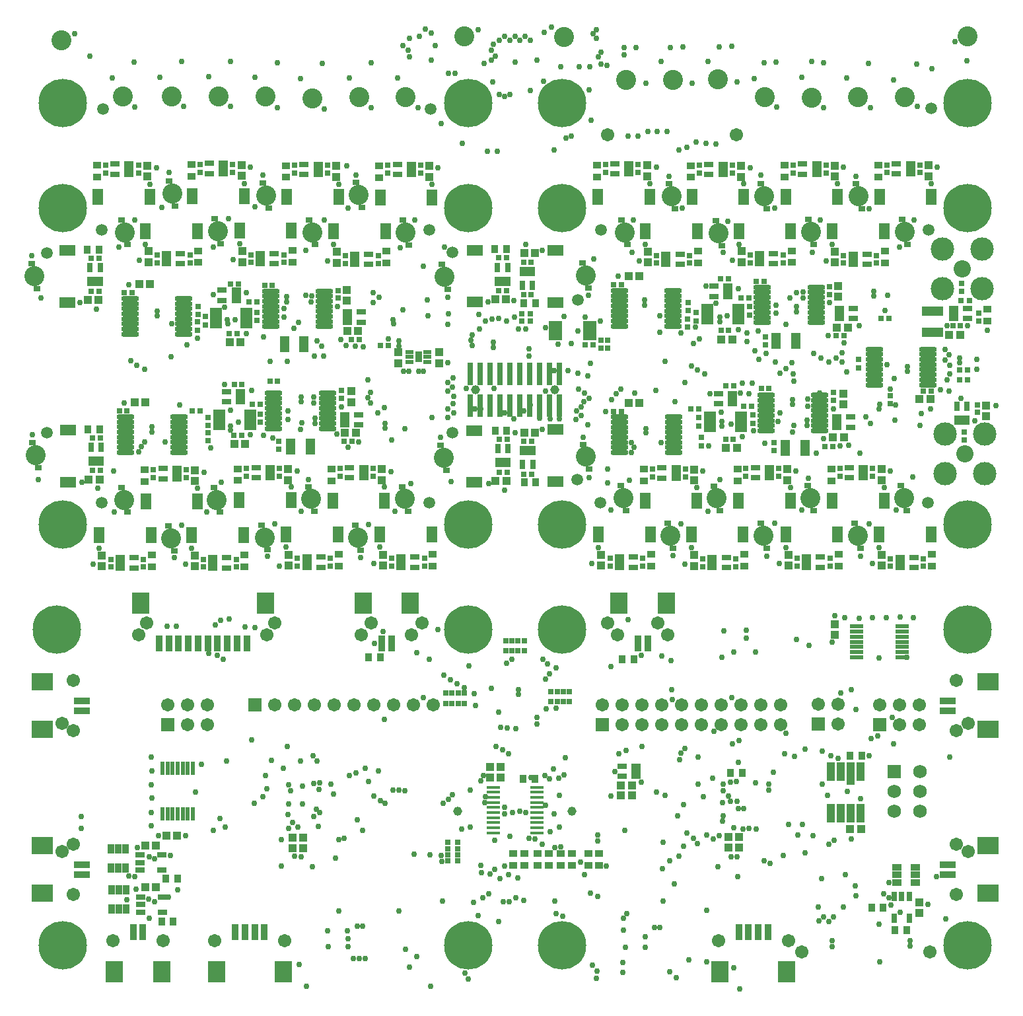
<source format=gbs>
G04*
G04 #@! TF.GenerationSoftware,Altium Limited,Altium Designer,18.1.6 (161)*
G04*
G04 Layer_Color=16711935*
%FSTAX44Y44*%
%MOMM*%
G71*
G01*
G75*
%ADD88R,1.1032X0.9032*%
%ADD89R,1.3032X0.8032*%
%ADD90R,0.9032X1.1032*%
%ADD91R,2.2032X2.8032*%
%ADD92R,0.9032X2.0032*%
%ADD96R,1.1032X1.0032*%
%ADD97R,0.8032X1.3032*%
%ADD98R,0.8032X0.7532*%
%ADD99O,2.3032X0.6532*%
%ADD100R,0.7032X0.8032*%
%ADD101R,0.8032X0.7032*%
%ADD102R,0.7532X0.8032*%
%ADD103R,0.8032X0.8032*%
%ADD104R,1.0032X1.1032*%
%ADD105R,0.8032X0.8032*%
%ADD109R,2.8032X2.2032*%
%ADD110R,2.0032X0.9032*%
%ADD111R,1.2032X0.6732*%
%ADD115R,0.7112X2.9972*%
%ADD119R,1.6532X0.5032*%
%ADD124C,0.7620*%
%ADD125C,1.5032*%
%ADD126C,2.5654*%
%ADD127C,1.7032*%
%ADD128C,6.2032*%
%ADD129C,2.2032*%
%ADD130C,3.0032*%
%ADD131C,1.1684*%
%ADD132R,1.7032X1.7032*%
%ADD134R,1.7272X1.7272*%
%ADD135C,1.7272*%
%ADD136R,1.2032X2.0032*%
%ADD137R,1.5532X0.6532*%
%ADD138R,0.9652X1.3970*%
%ADD139R,1.0160X0.5080*%
%ADD140R,0.6732X1.2032*%
%ADD141R,2.8032X1.3032*%
%ADD142R,0.9032X0.7032*%
%ADD143R,2.0032X1.4532*%
%ADD144R,1.4532X2.0032*%
%ADD145R,0.5588X1.6764*%
%ADD146R,0.8532X1.3032*%
%ADD147R,1.7532X0.4532*%
%ADD148R,1.1032X2.4532*%
%ADD149R,1.1032X3.0032*%
%ADD150R,1.3032X0.8532*%
%ADD151R,1.6764X0.5588*%
D88*
X01245616Y00868034D02*
D03*
Y00883034D02*
D03*
X01105997Y01052558D02*
D03*
Y01067558D02*
D03*
X01174535Y00568982D02*
D03*
Y00553982D02*
D03*
X00925149Y00663234D02*
D03*
Y00678234D02*
D03*
X00933935Y0056867D02*
D03*
Y0055367D02*
D03*
X00805423Y0066281D02*
D03*
Y0067781D02*
D03*
X01054833Y00569123D02*
D03*
Y00554123D02*
D03*
X01045545Y00663176D02*
D03*
Y00678176D02*
D03*
X00994619Y00958028D02*
D03*
Y00943028D02*
D03*
X00865467Y01052132D02*
D03*
Y01067132D02*
D03*
X00745036Y01052613D02*
D03*
Y01067613D02*
D03*
X00814803Y00569148D02*
D03*
Y00554148D02*
D03*
X00985795Y01052298D02*
D03*
Y01067298D02*
D03*
X00874755Y00957596D02*
D03*
Y00942596D02*
D03*
X01114483Y00957596D02*
D03*
Y00942596D02*
D03*
X00285017Y00678508D02*
D03*
Y00663508D02*
D03*
X00404905Y00678122D02*
D03*
Y00663122D02*
D03*
X00165577Y0067696D02*
D03*
Y0066196D02*
D03*
X00414239Y00554123D02*
D03*
Y00569123D02*
D03*
X00534695Y00554123D02*
D03*
Y00569123D02*
D03*
X00174777Y00553198D02*
D03*
Y00568198D02*
D03*
X00293395Y00553198D02*
D03*
Y00568198D02*
D03*
X00225065Y01068138D02*
D03*
Y01053138D02*
D03*
X00346417Y01067044D02*
D03*
Y01052044D02*
D03*
X00466051Y01066838D02*
D03*
Y01051838D02*
D03*
X00354563Y00943358D02*
D03*
Y00958358D02*
D03*
X00475467Y00942342D02*
D03*
Y00957342D02*
D03*
X00234159Y00943022D02*
D03*
Y00958022D02*
D03*
X00104175Y0106732D02*
D03*
Y0105232D02*
D03*
X00638Y0017025D02*
D03*
Y0018525D02*
D03*
X00652Y0017025D02*
D03*
Y0018525D02*
D03*
X00669Y0017025D02*
D03*
Y0018525D02*
D03*
X00683Y0017025D02*
D03*
Y0018525D02*
D03*
X00699Y0017025D02*
D03*
Y0018525D02*
D03*
X00734Y001705D02*
D03*
Y001855D02*
D03*
X00748Y001705D02*
D03*
Y001855D02*
D03*
X00713Y0017025D02*
D03*
Y0018525D02*
D03*
D89*
X00188Y001105D02*
D03*
Y001295D02*
D03*
X0016D02*
D03*
Y0012D02*
D03*
Y001105D02*
D03*
X0018716Y00164485D02*
D03*
Y00183485D02*
D03*
X0015916D02*
D03*
Y00173985D02*
D03*
Y00164485D02*
D03*
D90*
X0065171Y00660967D02*
D03*
X0066671D02*
D03*
X00614453Y0072742D02*
D03*
X00629453D02*
D03*
X00613832Y00959966D02*
D03*
X00628832D02*
D03*
X00666409Y00890498D02*
D03*
X00651409D02*
D03*
X00107766Y00729258D02*
D03*
X00092766D02*
D03*
X00106414Y00959393D02*
D03*
X00091414D02*
D03*
X004675Y00437D02*
D03*
X004525D02*
D03*
X006505Y00281D02*
D03*
X006655D02*
D03*
X007925Y00434D02*
D03*
X007775D02*
D03*
X010845Y00311D02*
D03*
X010695D02*
D03*
X01112Y00116D02*
D03*
X01097D02*
D03*
X00931426Y00289D02*
D03*
X00916426D02*
D03*
X00202Y00098D02*
D03*
X00187D02*
D03*
X01126882Y00087D02*
D03*
X01141882D02*
D03*
X002075Y00153D02*
D03*
X001925D02*
D03*
D91*
X0034275Y00034D02*
D03*
X0025725D02*
D03*
X009885D02*
D03*
X00903D02*
D03*
X0015975Y00506D02*
D03*
X0032025D02*
D03*
X00187Y00034D02*
D03*
X001265D02*
D03*
X007735Y00506D02*
D03*
X00834D02*
D03*
X004452Y00506D02*
D03*
X005057D02*
D03*
D92*
X0030625Y00085D02*
D03*
X0029375D02*
D03*
X0028125D02*
D03*
X0031875D02*
D03*
X00952D02*
D03*
X009395D02*
D03*
X00927D02*
D03*
X009645D02*
D03*
X0018375Y00455D02*
D03*
X0019625D02*
D03*
X0020875D02*
D03*
X0022125D02*
D03*
X0027125D02*
D03*
X0028375D02*
D03*
X0029625D02*
D03*
X0023375D02*
D03*
X0024625D02*
D03*
X0025875D02*
D03*
X00163Y00085D02*
D03*
X001505D02*
D03*
X007975Y00455D02*
D03*
X0081D02*
D03*
X004692Y00455D02*
D03*
X004817D02*
D03*
D96*
X01054333Y00898908D02*
D03*
Y00912908D02*
D03*
X005426Y00828D02*
D03*
Y00814D02*
D03*
X0049075Y00828D02*
D03*
Y00814D02*
D03*
X00423926Y00907934D02*
D03*
Y00893934D02*
D03*
X01243838Y00745598D02*
D03*
Y00759598D02*
D03*
X00430022Y00763886D02*
D03*
Y00777886D02*
D03*
X00168414Y0106705D02*
D03*
Y0105305D02*
D03*
X010611Y00775092D02*
D03*
Y00761092D02*
D03*
X01110296Y00554252D02*
D03*
Y00568252D02*
D03*
X01170236Y01067288D02*
D03*
Y01053288D02*
D03*
X00989388Y00677964D02*
D03*
Y00663964D02*
D03*
X00990594Y00554393D02*
D03*
Y00568393D02*
D03*
X00869696Y0055394D02*
D03*
Y0056794D02*
D03*
X01109784Y00677906D02*
D03*
Y00663906D02*
D03*
X00869662Y0067754D02*
D03*
Y0066354D02*
D03*
X00750564Y00554418D02*
D03*
Y00568418D02*
D03*
X0093038Y00943298D02*
D03*
Y00957298D02*
D03*
X01050034Y01067028D02*
D03*
Y01053028D02*
D03*
X00929706Y01066862D02*
D03*
Y01052862D02*
D03*
X01050244Y00942866D02*
D03*
Y00956866D02*
D03*
X00810516Y00942866D02*
D03*
Y00956866D02*
D03*
X00809275Y01067343D02*
D03*
Y01053343D02*
D03*
X00410656Y01066774D02*
D03*
Y01052774D02*
D03*
X0053029Y01066568D02*
D03*
Y01052568D02*
D03*
X00290324Y00943628D02*
D03*
Y00957628D02*
D03*
X00411228Y00942612D02*
D03*
Y00956612D02*
D03*
X00289304Y01067868D02*
D03*
Y01053868D02*
D03*
X0016992Y00943292D02*
D03*
Y00957292D02*
D03*
X0035Y00568393D02*
D03*
Y00554393D02*
D03*
X00349256Y00664238D02*
D03*
Y00678238D02*
D03*
X00469144Y00663852D02*
D03*
Y00677852D02*
D03*
X00470456Y00568393D02*
D03*
Y00554393D02*
D03*
X00229156Y00567468D02*
D03*
Y00553468D02*
D03*
X00110538Y00567468D02*
D03*
Y00553468D02*
D03*
X00229816Y0066269D02*
D03*
Y0067669D02*
D03*
X00368025Y00192D02*
D03*
Y00206D02*
D03*
X00355025Y00192D02*
D03*
Y00206D02*
D03*
X0105Y004795D02*
D03*
Y004655D02*
D03*
X0115848Y00109D02*
D03*
Y00123D02*
D03*
X00927Y00207D02*
D03*
Y00193D02*
D03*
X00914Y00207D02*
D03*
Y00193D02*
D03*
D97*
X01126382Y0010225D02*
D03*
X01145382D02*
D03*
Y0013025D02*
D03*
X01135882D02*
D03*
X01126382D02*
D03*
D98*
X00940816Y00875618D02*
D03*
Y00886118D02*
D03*
X00309334Y00868522D02*
D03*
Y00879022D02*
D03*
X0031369Y0073795D02*
D03*
Y0074845D02*
D03*
X00246762Y0074464D02*
D03*
Y0073414D02*
D03*
X00875284Y00744132D02*
D03*
Y00733632D02*
D03*
X00944598Y00736867D02*
D03*
Y00747367D02*
D03*
X01120902Y0076193D02*
D03*
Y0077243D02*
D03*
X01080262Y00808054D02*
D03*
Y00818554D02*
D03*
X01216152Y0071509D02*
D03*
Y0072559D02*
D03*
X01212342Y00905844D02*
D03*
Y00916344D02*
D03*
X00961443Y00837302D02*
D03*
Y00847802D02*
D03*
X00861314Y0087037D02*
D03*
Y0085987D02*
D03*
X00872236Y00867998D02*
D03*
Y00878498D02*
D03*
X0097217Y00701882D02*
D03*
Y00712382D02*
D03*
X00879094Y00718732D02*
D03*
Y00708232D02*
D03*
X00243078Y00862918D02*
D03*
Y00873418D02*
D03*
X00336978Y00713778D02*
D03*
Y00703278D02*
D03*
X00246762Y00724713D02*
D03*
Y00714213D02*
D03*
X00233172Y00866814D02*
D03*
Y00856314D02*
D03*
D99*
X00957139Y00865776D02*
D03*
Y00872276D02*
D03*
Y00878776D02*
D03*
Y00885276D02*
D03*
Y00891776D02*
D03*
Y00898276D02*
D03*
Y00904776D02*
D03*
Y00911276D02*
D03*
X01026139Y00865776D02*
D03*
Y00872276D02*
D03*
Y00878776D02*
D03*
Y00885276D02*
D03*
Y00891776D02*
D03*
Y00898276D02*
D03*
Y00904776D02*
D03*
Y00911276D02*
D03*
X00842934Y00906822D02*
D03*
Y00900322D02*
D03*
Y00893822D02*
D03*
Y00887322D02*
D03*
Y00880822D02*
D03*
Y00874322D02*
D03*
Y00867822D02*
D03*
Y00861322D02*
D03*
X00773934Y00906822D02*
D03*
Y00900322D02*
D03*
Y00893822D02*
D03*
Y00887322D02*
D03*
Y00880822D02*
D03*
Y00874322D02*
D03*
Y00867822D02*
D03*
Y00861322D02*
D03*
X00395732Y00906302D02*
D03*
Y00899802D02*
D03*
Y00893302D02*
D03*
Y00886802D02*
D03*
Y00880302D02*
D03*
Y00873802D02*
D03*
Y00867302D02*
D03*
Y00860802D02*
D03*
X00326732Y00906302D02*
D03*
Y00899802D02*
D03*
Y00893302D02*
D03*
Y00886802D02*
D03*
Y00880302D02*
D03*
Y00873802D02*
D03*
Y00867302D02*
D03*
Y00860802D02*
D03*
X00215554Y00896662D02*
D03*
Y00890162D02*
D03*
Y00883662D02*
D03*
Y00877162D02*
D03*
Y00870662D02*
D03*
Y00864162D02*
D03*
Y00857662D02*
D03*
Y00851162D02*
D03*
X00146554Y00896662D02*
D03*
Y00890162D02*
D03*
Y00883662D02*
D03*
Y00877162D02*
D03*
Y00870662D02*
D03*
Y00864162D02*
D03*
Y00857662D02*
D03*
Y00851162D02*
D03*
X00140458Y00699606D02*
D03*
Y00706106D02*
D03*
Y00712607D02*
D03*
Y00719107D02*
D03*
Y00725607D02*
D03*
Y00732106D02*
D03*
Y00738606D02*
D03*
Y00745107D02*
D03*
X00209458Y00699606D02*
D03*
Y00706106D02*
D03*
Y00712607D02*
D03*
Y00719107D02*
D03*
Y00725607D02*
D03*
Y00732106D02*
D03*
Y00738606D02*
D03*
Y00745107D02*
D03*
X00330644Y00730179D02*
D03*
Y00736679D02*
D03*
Y00743179D02*
D03*
Y00749679D02*
D03*
Y00756179D02*
D03*
Y00762679D02*
D03*
Y00769179D02*
D03*
Y00775679D02*
D03*
X00399644Y00730179D02*
D03*
Y00736679D02*
D03*
Y00743179D02*
D03*
Y00749679D02*
D03*
Y00756179D02*
D03*
Y00762679D02*
D03*
Y00769179D02*
D03*
Y00775679D02*
D03*
X00842996Y00744966D02*
D03*
Y00738466D02*
D03*
Y00731966D02*
D03*
Y00725466D02*
D03*
Y00718966D02*
D03*
Y00712466D02*
D03*
Y00705966D02*
D03*
Y00699466D02*
D03*
X00773996Y00744966D02*
D03*
Y00738466D02*
D03*
Y00731966D02*
D03*
Y00725466D02*
D03*
Y00718966D02*
D03*
Y00712466D02*
D03*
Y00705966D02*
D03*
Y00699466D02*
D03*
X01030722Y00772885D02*
D03*
Y00766385D02*
D03*
Y00759885D02*
D03*
Y00753385D02*
D03*
Y00746885D02*
D03*
Y00740385D02*
D03*
Y00733885D02*
D03*
Y00727385D02*
D03*
X00961722Y00772885D02*
D03*
Y00766385D02*
D03*
Y00759885D02*
D03*
Y00753385D02*
D03*
Y00746885D02*
D03*
Y00740385D02*
D03*
Y00733885D02*
D03*
Y00727385D02*
D03*
X0110042Y00786164D02*
D03*
Y00792664D02*
D03*
Y00799164D02*
D03*
Y00805664D02*
D03*
Y00812164D02*
D03*
Y00818664D02*
D03*
Y00825164D02*
D03*
Y00831664D02*
D03*
X0116942Y00786164D02*
D03*
Y00792664D02*
D03*
Y00799164D02*
D03*
Y00805664D02*
D03*
Y00812164D02*
D03*
Y00818664D02*
D03*
Y00825164D02*
D03*
Y00831664D02*
D03*
D100*
X0075Y008435D02*
D03*
Y008335D02*
D03*
X00759Y008435D02*
D03*
Y008335D02*
D03*
X01232662Y0076064D02*
D03*
Y0075064D02*
D03*
X01234694Y0086771D02*
D03*
Y0087771D02*
D03*
X01116896Y01068106D02*
D03*
Y01058106D02*
D03*
X0115906Y01068106D02*
D03*
Y01058106D02*
D03*
X01163636Y00553434D02*
D03*
Y00563434D02*
D03*
X01121472Y00553434D02*
D03*
Y00563434D02*
D03*
X00861822Y0088171D02*
D03*
Y0089171D02*
D03*
X01043373Y00912148D02*
D03*
Y00902148D02*
D03*
X00936048Y00678782D02*
D03*
Y00668782D02*
D03*
X00978212Y00678782D02*
D03*
Y00668782D02*
D03*
X00923036Y00553122D02*
D03*
Y00563122D02*
D03*
X00880872Y00553122D02*
D03*
Y00563122D02*
D03*
X00816322Y00678358D02*
D03*
Y00668358D02*
D03*
X00858486Y00678358D02*
D03*
Y00668358D02*
D03*
X01043934Y00553575D02*
D03*
Y00563575D02*
D03*
X0100177Y00553575D02*
D03*
Y00563575D02*
D03*
X01056444Y00678724D02*
D03*
Y00668724D02*
D03*
X01098608Y00678724D02*
D03*
Y00668724D02*
D03*
X0098372Y0094248D02*
D03*
Y0095248D02*
D03*
X00941556Y0094248D02*
D03*
Y0095248D02*
D03*
X00876366Y0106768D02*
D03*
Y0105768D02*
D03*
X0091853Y0106768D02*
D03*
Y0105768D02*
D03*
X00755935Y01068161D02*
D03*
Y01058161D02*
D03*
X00798099Y01068161D02*
D03*
Y01058161D02*
D03*
X00803904Y005536D02*
D03*
Y005636D02*
D03*
X0076174Y005536D02*
D03*
Y005636D02*
D03*
X00996694Y01067846D02*
D03*
Y01057846D02*
D03*
X01038858Y01067846D02*
D03*
Y01057846D02*
D03*
X00863856Y00942048D02*
D03*
Y00952048D02*
D03*
X00821692Y00942048D02*
D03*
Y00952048D02*
D03*
X01103584Y00942048D02*
D03*
Y00952048D02*
D03*
X0106142Y00942048D02*
D03*
Y00952048D02*
D03*
X00295916Y00669056D02*
D03*
Y00679056D02*
D03*
X0033808Y00669056D02*
D03*
Y00679056D02*
D03*
X00415804Y0066867D02*
D03*
Y0067867D02*
D03*
X00457968Y0066867D02*
D03*
Y0067867D02*
D03*
X00176476Y00667508D02*
D03*
Y00677508D02*
D03*
X0021864Y00667508D02*
D03*
Y00677508D02*
D03*
X0040334Y00563575D02*
D03*
Y00553575D02*
D03*
X00361176Y00563575D02*
D03*
Y00553575D02*
D03*
X00523796Y00563575D02*
D03*
Y00553575D02*
D03*
X00481632Y00563575D02*
D03*
Y00553575D02*
D03*
X00163878Y0056265D02*
D03*
Y0055265D02*
D03*
X00121714Y0056265D02*
D03*
Y0055265D02*
D03*
X00282496Y0056265D02*
D03*
Y0055265D02*
D03*
X00240332Y0056265D02*
D03*
Y0055265D02*
D03*
X00233408Y00876198D02*
D03*
Y00886198D02*
D03*
X00235964Y01058686D02*
D03*
Y01068686D02*
D03*
X00278128Y01058686D02*
D03*
Y01068686D02*
D03*
X00357316Y01057592D02*
D03*
Y01067592D02*
D03*
X0039948Y01057592D02*
D03*
Y01067592D02*
D03*
X0047695Y01057386D02*
D03*
Y01067386D02*
D03*
X00519114Y01057386D02*
D03*
Y01067386D02*
D03*
X00343664Y0095281D02*
D03*
Y0094281D02*
D03*
X003015Y0095281D02*
D03*
Y0094281D02*
D03*
X00464568Y00951794D02*
D03*
Y00941794D02*
D03*
X00422404Y00951794D02*
D03*
Y00941794D02*
D03*
X0022326Y00952474D02*
D03*
Y00942474D02*
D03*
X00181096Y00952474D02*
D03*
Y00942474D02*
D03*
X00115074Y01057868D02*
D03*
Y01067868D02*
D03*
X00157238Y01057868D02*
D03*
Y01067868D02*
D03*
X01048654Y0077614D02*
D03*
Y0076614D02*
D03*
X00412966Y00907174D02*
D03*
Y00897174D02*
D03*
X00417576Y00778934D02*
D03*
Y00768934D02*
D03*
D101*
X01061894Y00848864D02*
D03*
X01051894D02*
D03*
X00903812Y00921762D02*
D03*
X00913812D02*
D03*
X00939661Y00897416D02*
D03*
X00929661D02*
D03*
X00914066Y00855722D02*
D03*
X00904066D02*
D03*
X00766256Y00914142D02*
D03*
X00776256D02*
D03*
X00430064Y00844182D02*
D03*
X00440064D02*
D03*
X00275517Y00915518D02*
D03*
X00285517D02*
D03*
X00309254Y00892442D02*
D03*
X00299254D02*
D03*
X00283346Y00852056D02*
D03*
X00273346D02*
D03*
X00138876Y00903982D02*
D03*
X00148876D02*
D03*
X0014278Y00752427D02*
D03*
X0013278D02*
D03*
X0027948Y0072161D02*
D03*
X0028948D02*
D03*
X00280017Y0078638D02*
D03*
X00290017D02*
D03*
X00313142Y0076098D02*
D03*
X00303142D02*
D03*
X00430958Y00713482D02*
D03*
X00420958D02*
D03*
X00766318Y00752286D02*
D03*
X00776318D02*
D03*
X00910416Y00784856D02*
D03*
X00920416D02*
D03*
X00919908Y00716022D02*
D03*
X00909908D02*
D03*
X00943276Y0075844D02*
D03*
X00933276D02*
D03*
X01047561Y00707386D02*
D03*
X01037561D02*
D03*
X011735Y00778512D02*
D03*
X011635D02*
D03*
X01211246Y00861818D02*
D03*
X01201246D02*
D03*
X0073975Y0083775D02*
D03*
X0072975D02*
D03*
X00959411Y00918324D02*
D03*
X00949411D02*
D03*
X00875204Y0075524D02*
D03*
X00865204D02*
D03*
X00651162Y00671866D02*
D03*
X00661162D02*
D03*
X00651162Y0071403D02*
D03*
X00661162D02*
D03*
X00630001Y00716521D02*
D03*
X00620001D02*
D03*
X00630001Y00674357D02*
D03*
X00620001D02*
D03*
X0062938Y00949067D02*
D03*
X0061938D02*
D03*
X0062938Y00906903D02*
D03*
X0061938D02*
D03*
X00650861Y00901397D02*
D03*
X00660861D02*
D03*
X00650861Y00943561D02*
D03*
X00660861D02*
D03*
X00236394Y00753039D02*
D03*
X00226394D02*
D03*
X00098314Y00718359D02*
D03*
X00108314D02*
D03*
X00096962Y00948494D02*
D03*
X00106962D02*
D03*
X00096962Y0090633D02*
D03*
X00106962D02*
D03*
X00965628Y00781808D02*
D03*
X00955628D02*
D03*
X00329004Y0091335D02*
D03*
X00319004D02*
D03*
X00335763Y00790444D02*
D03*
X00325763D02*
D03*
X00108314Y00676195D02*
D03*
X00098314D02*
D03*
D102*
X01119672Y00871078D02*
D03*
X01109172D02*
D03*
X00649Y0086766D02*
D03*
X006595D02*
D03*
Y0087725D02*
D03*
X00649D02*
D03*
X0120975Y0080525D02*
D03*
X0122025D02*
D03*
X0120975Y0079275D02*
D03*
X0122025D02*
D03*
X00467077Y00836164D02*
D03*
X00477577D02*
D03*
X01222418Y00894114D02*
D03*
X01211918D02*
D03*
D103*
X005665Y0017575D02*
D03*
Y0018375D02*
D03*
Y0019175D02*
D03*
Y0019975D02*
D03*
X005535D02*
D03*
Y0019175D02*
D03*
Y0018375D02*
D03*
Y0017575D02*
D03*
D104*
X00904606Y00844038D02*
D03*
X00918606D02*
D03*
X0027414Y00840626D02*
D03*
X0028814D02*
D03*
X0028002Y0071018D02*
D03*
X0029402D02*
D03*
X00910702Y00705309D02*
D03*
X00924702D02*
D03*
X01196452Y00850388D02*
D03*
X01210452D02*
D03*
X01172494Y0076825D02*
D03*
X01158494D02*
D03*
X0106683Y00859532D02*
D03*
X0105283D02*
D03*
X01047608Y00718642D02*
D03*
X01061608D02*
D03*
X00436006Y00724404D02*
D03*
X00422006D02*
D03*
X00425016Y00855104D02*
D03*
X00439016D02*
D03*
X00785654Y00763208D02*
D03*
X00799654D02*
D03*
X00785592Y00925064D02*
D03*
X00799592D02*
D03*
X0065198Y00725206D02*
D03*
X0066598D02*
D03*
X00629183Y00663181D02*
D03*
X00615183D02*
D03*
X00651679Y00954737D02*
D03*
X00665679D02*
D03*
X00628562Y00895727D02*
D03*
X00614562D02*
D03*
X00158212Y00914904D02*
D03*
X00172212D02*
D03*
X00106144Y00895154D02*
D03*
X00092144D02*
D03*
X00166116Y00763348D02*
D03*
X00152116D02*
D03*
X00093496Y00665018D02*
D03*
X00107496D02*
D03*
X0018Y00196D02*
D03*
X00166D02*
D03*
X00621999Y00296D02*
D03*
X00607999D02*
D03*
X00622Y00283D02*
D03*
X00608D02*
D03*
X0106981Y00217D02*
D03*
X0108381D02*
D03*
X00207Y00208D02*
D03*
X00193D02*
D03*
X00166Y00142D02*
D03*
X0018D02*
D03*
X0079Y00259648D02*
D03*
X00776D02*
D03*
Y0027274D02*
D03*
X0079D02*
D03*
D105*
X0071Y00393D02*
D03*
X00702D02*
D03*
X00694D02*
D03*
X00686D02*
D03*
Y0038D02*
D03*
X00694D02*
D03*
X00702D02*
D03*
X0071D02*
D03*
X00628Y00445D02*
D03*
X00636D02*
D03*
X00644D02*
D03*
X00652D02*
D03*
Y00458D02*
D03*
X00644D02*
D03*
X00636D02*
D03*
X00628D02*
D03*
X00575Y00378D02*
D03*
X00567D02*
D03*
X00559D02*
D03*
X00551D02*
D03*
Y00391D02*
D03*
X00559D02*
D03*
X00567D02*
D03*
X00575D02*
D03*
D109*
X01246Y0019525D02*
D03*
Y0013475D02*
D03*
Y0040525D02*
D03*
Y0034475D02*
D03*
X00034Y0013475D02*
D03*
Y0019525D02*
D03*
Y0034475D02*
D03*
Y0040525D02*
D03*
D110*
X01195Y0017125D02*
D03*
Y0015875D02*
D03*
Y0038125D02*
D03*
Y0036875D02*
D03*
X00085Y0015875D02*
D03*
Y0017125D02*
D03*
Y0036875D02*
D03*
Y0038125D02*
D03*
D111*
X01055565Y00877858D02*
D03*
X01073565Y00884358D02*
D03*
Y00871358D02*
D03*
X01055565Y00884358D02*
D03*
Y00871358D02*
D03*
X00913071Y0090584D02*
D03*
X00895071Y0089934D02*
D03*
Y0091234D02*
D03*
X00913071Y0089934D02*
D03*
Y0091234D02*
D03*
X00425158Y00872884D02*
D03*
X00443158Y00879384D02*
D03*
Y00866384D02*
D03*
X00425158Y00879384D02*
D03*
Y00866384D02*
D03*
X00282664Y00900866D02*
D03*
X00264664Y00894366D02*
D03*
Y00907366D02*
D03*
X00282664Y00894366D02*
D03*
Y00907366D02*
D03*
X0028829Y0077764D02*
D03*
Y0076464D02*
D03*
X0027029Y0077764D02*
D03*
Y0076464D02*
D03*
X0028829Y0077114D02*
D03*
X00421386Y00741168D02*
D03*
X00439386Y00747668D02*
D03*
Y00734668D02*
D03*
X00421386D02*
D03*
Y00747668D02*
D03*
X00918938Y0076845D02*
D03*
X00900938Y0076195D02*
D03*
Y0077495D02*
D03*
X00918938Y0076195D02*
D03*
Y0077495D02*
D03*
X01052464Y00738374D02*
D03*
X01070464Y00744874D02*
D03*
Y00731874D02*
D03*
X01052464Y00744874D02*
D03*
Y00731874D02*
D03*
X01202182Y00877578D02*
D03*
X01220182Y00884078D02*
D03*
Y00871078D02*
D03*
X01202182Y00884078D02*
D03*
Y00871078D02*
D03*
X01147122Y01069352D02*
D03*
Y01056352D02*
D03*
X01129122Y01069352D02*
D03*
Y01056352D02*
D03*
X01147122Y01062852D02*
D03*
X0113341Y00552188D02*
D03*
Y00565188D02*
D03*
X0115141Y00552188D02*
D03*
Y00565188D02*
D03*
X0113341Y00558688D02*
D03*
X00786161Y01062907D02*
D03*
X00768161Y01056407D02*
D03*
Y01069407D02*
D03*
X00786161Y01056407D02*
D03*
Y01069407D02*
D03*
X00966274Y00680028D02*
D03*
Y00667028D02*
D03*
X00948274Y00680028D02*
D03*
Y00667028D02*
D03*
X00966274Y00673528D02*
D03*
X0089281Y00551876D02*
D03*
Y00564876D02*
D03*
X0091081Y00551876D02*
D03*
Y00564876D02*
D03*
X0089281Y00558376D02*
D03*
X00846548Y00679604D02*
D03*
Y00666604D02*
D03*
X00828548Y00679604D02*
D03*
Y00666604D02*
D03*
X00846548Y00673104D02*
D03*
X01013708Y00552329D02*
D03*
Y00565329D02*
D03*
X01031708Y00552329D02*
D03*
Y00565329D02*
D03*
X01013708Y00558829D02*
D03*
X0108667Y0067997D02*
D03*
Y0066697D02*
D03*
X0106867Y0067997D02*
D03*
Y0066697D02*
D03*
X0108667Y0067347D02*
D03*
X00953494Y00941234D02*
D03*
Y00954234D02*
D03*
X00971494Y00941234D02*
D03*
Y00954234D02*
D03*
X00953494Y00947734D02*
D03*
X00906592Y01068926D02*
D03*
Y01055926D02*
D03*
X00888592Y01068926D02*
D03*
Y01055926D02*
D03*
X00906592Y01062426D02*
D03*
X00773678Y00552354D02*
D03*
Y00565354D02*
D03*
X00791678Y00552354D02*
D03*
Y00565354D02*
D03*
X00773678Y00558854D02*
D03*
X0102692Y01069092D02*
D03*
Y01056092D02*
D03*
X0100892Y01069092D02*
D03*
Y01056092D02*
D03*
X0102692Y01062592D02*
D03*
X0083363Y00940802D02*
D03*
Y00953802D02*
D03*
X0085163Y00940802D02*
D03*
Y00953802D02*
D03*
X0083363Y00947302D02*
D03*
X01073358Y00940802D02*
D03*
Y00953802D02*
D03*
X01091358Y00940802D02*
D03*
Y00953802D02*
D03*
X01073358Y00947302D02*
D03*
X00326142Y00673802D02*
D03*
X00308142Y00667302D02*
D03*
Y00680302D02*
D03*
X00326142Y00667302D02*
D03*
Y00680302D02*
D03*
X0044603Y00673416D02*
D03*
X0042803Y00666916D02*
D03*
Y00679916D02*
D03*
X0044603Y00666916D02*
D03*
Y00679916D02*
D03*
X00206702Y00672254D02*
D03*
X00188702Y00665754D02*
D03*
Y00678754D02*
D03*
X00206702Y00665754D02*
D03*
Y00678754D02*
D03*
X00373114Y00558829D02*
D03*
X00391114Y00565329D02*
D03*
Y00552329D02*
D03*
X00373114Y00565329D02*
D03*
Y00552329D02*
D03*
X0049357Y00558829D02*
D03*
X0051157Y00565329D02*
D03*
Y00552329D02*
D03*
X0049357Y00565329D02*
D03*
Y00552329D02*
D03*
X00133652Y00557904D02*
D03*
X00151652Y00564404D02*
D03*
Y00551404D02*
D03*
X00133652Y00564404D02*
D03*
Y00551404D02*
D03*
X0025227Y00557904D02*
D03*
X0027027Y00564404D02*
D03*
Y00551404D02*
D03*
X0025227Y00564404D02*
D03*
Y00551404D02*
D03*
X0026619Y01063432D02*
D03*
X0024819Y01056932D02*
D03*
Y01069932D02*
D03*
X0026619Y01056932D02*
D03*
Y01069932D02*
D03*
X00387542Y01062338D02*
D03*
X00369542Y01055838D02*
D03*
Y01068838D02*
D03*
X00387542Y01055838D02*
D03*
Y01068838D02*
D03*
X00507176Y01062132D02*
D03*
X00489176Y01055632D02*
D03*
Y01068632D02*
D03*
X00507176Y01055632D02*
D03*
Y01068632D02*
D03*
X00313438Y00948064D02*
D03*
X00331438Y00954564D02*
D03*
Y00941564D02*
D03*
X00313438Y00954564D02*
D03*
Y00941564D02*
D03*
X00434342Y00947048D02*
D03*
X00452342Y00953548D02*
D03*
Y00940548D02*
D03*
X00434342Y00953548D02*
D03*
Y00940548D02*
D03*
X00193034Y00947728D02*
D03*
X00211034Y00954228D02*
D03*
Y00941228D02*
D03*
X00193034Y00954228D02*
D03*
Y00941228D02*
D03*
X001453Y01062614D02*
D03*
X001273Y01056114D02*
D03*
Y01069114D02*
D03*
X001453Y01056114D02*
D03*
Y01069114D02*
D03*
X00795Y00297558D02*
D03*
Y00284558D02*
D03*
X00777Y00297558D02*
D03*
Y00284558D02*
D03*
X00795Y00291058D02*
D03*
D115*
X0058285Y0075968D02*
D03*
Y0080032D02*
D03*
X0059555Y0075968D02*
D03*
Y0080032D02*
D03*
X0060825Y0075968D02*
D03*
Y0080032D02*
D03*
X0062095Y0075968D02*
D03*
Y0080032D02*
D03*
X0063365Y0075968D02*
D03*
Y0080032D02*
D03*
X0064635Y0075968D02*
D03*
Y0080032D02*
D03*
X0065905Y0075968D02*
D03*
Y0080032D02*
D03*
X0067175Y0075968D02*
D03*
Y0080032D02*
D03*
X0068445Y0075968D02*
D03*
Y0080032D02*
D03*
X0069715Y0075968D02*
D03*
Y0080032D02*
D03*
D119*
X00691757Y008455D02*
D03*
Y008505D02*
D03*
Y008555D02*
D03*
Y008605D02*
D03*
Y008655D02*
D03*
X00735757Y008455D02*
D03*
Y008505D02*
D03*
Y008555D02*
D03*
Y008605D02*
D03*
Y008655D02*
D03*
D124*
X00735Y0116425D02*
D03*
X007355Y011935D02*
D03*
X00545Y0112131D02*
D03*
X00555Y01185D02*
D03*
X00563348D02*
D03*
X005725Y01096D02*
D03*
X0069Y010875D02*
D03*
X01174618Y01191525D02*
D03*
X0078Y012185D02*
D03*
Y01209D02*
D03*
X007575Y01195748D02*
D03*
X0075Y01196957D02*
D03*
X00746476Y01206326D02*
D03*
X01204Y01226D02*
D03*
X01219618Y01201525D02*
D03*
X01125Y0117675D02*
D03*
X01155Y011975D02*
D03*
X00947Y01179D02*
D03*
X00975Y011995D02*
D03*
X009175Y0122D02*
D03*
X008875Y01201D02*
D03*
X00855Y01219416D02*
D03*
X00827Y01201D02*
D03*
X00795Y012185D02*
D03*
X00687Y01244464D02*
D03*
X00617Y01085625D02*
D03*
X006045Y01085609D02*
D03*
X0064Y012D02*
D03*
X00456Y01141D02*
D03*
X004275Y0117975D02*
D03*
X004555Y011985D02*
D03*
X00393Y01198D02*
D03*
X00365Y011785D02*
D03*
X003355Y011415D02*
D03*
X00335Y011985D02*
D03*
X00705Y011025D02*
D03*
X007125Y01105D02*
D03*
X00737623Y01124877D02*
D03*
X00835Y011105D02*
D03*
X0085Y010875D02*
D03*
X008075Y01173D02*
D03*
X0086685D02*
D03*
X0092485Y01174D02*
D03*
X01036Y01141D02*
D03*
X009755Y01142D02*
D03*
X011555Y0114275D02*
D03*
X006Y01198292D02*
D03*
X005325Y012025D02*
D03*
X0061165Y0117415D02*
D03*
X005925Y01241644D02*
D03*
X0062675Y01155551D02*
D03*
X00699Y011935D02*
D03*
X00677Y01175D02*
D03*
X0075Y012125D02*
D03*
X007225Y01193708D02*
D03*
X0066835Y01202D02*
D03*
X00744572Y01230422D02*
D03*
X0074Y01236D02*
D03*
X00744572Y01241644D02*
D03*
X006775Y012375D02*
D03*
X006465Y012275D02*
D03*
X00653Y01233D02*
D03*
X006595Y01227464D02*
D03*
X0083925Y012185D02*
D03*
X0090175Y0121925D02*
D03*
X0095975Y0119875D02*
D03*
X010205Y012005D02*
D03*
X00502791Y01215D02*
D03*
X0049619Y0122131D02*
D03*
X005375D02*
D03*
X00505Y012305D02*
D03*
X005175Y01233D02*
D03*
X00532992Y01237008D02*
D03*
X000755Y0123625D02*
D03*
X00525Y012425D02*
D03*
X0061Y012025D02*
D03*
X00615Y0120775D02*
D03*
X0063375Y01228D02*
D03*
X00626892Y012325D02*
D03*
X0061Y01215D02*
D03*
X00612499Y012225D02*
D03*
X00639999Y012325D02*
D03*
X0062Y012275D02*
D03*
X0009525Y0120775D02*
D03*
X003955Y0114D02*
D03*
X01036Y011985D02*
D03*
X01008Y011805D02*
D03*
X00275Y012005D02*
D03*
X00247Y01181D02*
D03*
X002755Y01143D02*
D03*
X00213Y012005D02*
D03*
X00185Y011805D02*
D03*
X002155Y01143D02*
D03*
X00152Y0119975D02*
D03*
X00124Y0117975D02*
D03*
X001525Y0114225D02*
D03*
X00307Y011805D02*
D03*
X0086Y0109021D02*
D03*
X006595Y01163D02*
D03*
X0081Y011105D02*
D03*
X008225D02*
D03*
X007975Y01105D02*
D03*
X00785D02*
D03*
X008725Y010975D02*
D03*
X0062Y011585D02*
D03*
X006335D02*
D03*
X00885Y01096D02*
D03*
X008975Y01095D02*
D03*
X00505Y012065D02*
D03*
X01093Y01198D02*
D03*
X005155Y011415D02*
D03*
X010955Y01141D02*
D03*
X01065Y011795D02*
D03*
X004895D02*
D03*
X00733085Y00735D02*
D03*
X0072804Y00764506D02*
D03*
X0055Y00962722D02*
D03*
X00711785Y00839265D02*
D03*
X0085233Y0085242D02*
D03*
X00825558Y00853192D02*
D03*
X00890086Y0077495D02*
D03*
X00756589Y00752286D02*
D03*
X01120902Y00780866D02*
D03*
X0103075Y0077575D02*
D03*
X00425016Y00855104D02*
D03*
X00322771Y00566771D02*
D03*
X0020308Y0056508D02*
D03*
X011435Y00809402D02*
D03*
X0114325Y00803833D02*
D03*
X0087163Y0085987D02*
D03*
X009025Y00866795D02*
D03*
Y0087275D02*
D03*
X00362482Y00865947D02*
D03*
X00371518Y00900518D02*
D03*
X0034725Y00892806D02*
D03*
X01001Y0088D02*
D03*
Y00886118D02*
D03*
X0080625Y00894572D02*
D03*
X00806039Y00888017D02*
D03*
X01000549Y00904268D02*
D03*
X00992349Y008975D02*
D03*
X0088484Y0091234D02*
D03*
X0116125Y00749D02*
D03*
X01159307Y00734259D02*
D03*
X0121175Y007685D02*
D03*
X007205Y00855301D02*
D03*
X0072975Y00873D02*
D03*
X00702876Y00873699D02*
D03*
X00679156Y00859468D02*
D03*
X00685038Y00742692D02*
D03*
X00690534Y00804263D02*
D03*
X00646282Y00810263D02*
D03*
X00577516Y00781412D02*
D03*
X00561632Y00771432D02*
D03*
X00560578Y0079527D02*
D03*
X0052225Y0080332D02*
D03*
X0049125Y00835656D02*
D03*
Y008425D02*
D03*
X0050375Y0080332D02*
D03*
X005165Y0080325D02*
D03*
X004975Y0080332D02*
D03*
X00679033Y00778262D02*
D03*
X0061238Y0084075D02*
D03*
X00612376Y00833624D02*
D03*
X00695214Y0083825D02*
D03*
X00749554Y00868054D02*
D03*
X00733085Y00797415D02*
D03*
X007205Y0080063D02*
D03*
X00736346Y00813924D02*
D03*
X0065405Y00858008D02*
D03*
X0106522Y0080278D02*
D03*
X0105968Y00815D02*
D03*
X01052086Y0082075D02*
D03*
X0105925Y008275D02*
D03*
X00961547Y00826514D02*
D03*
X00997524Y0079119D02*
D03*
X00997Y008D02*
D03*
X01042Y00815D02*
D03*
X0103225Y00820495D02*
D03*
X01023Y0082625D02*
D03*
X0099525Y00814882D02*
D03*
X008835Y008D02*
D03*
X0095288Y00818962D02*
D03*
X00974137Y0081575D02*
D03*
X0087425Y008055D02*
D03*
X00866186Y0081D02*
D03*
X0094775Y00829789D02*
D03*
X009375Y0084175D02*
D03*
Y008525D02*
D03*
X00951964Y00854941D02*
D03*
X00926279Y00856776D02*
D03*
X0086875Y0083925D02*
D03*
X0087675Y00845D02*
D03*
X0085775Y0078875D02*
D03*
X00820926Y00779D02*
D03*
X00793208Y00775966D02*
D03*
X0098013Y0080063D02*
D03*
X00987Y0080675D02*
D03*
X00832358Y00816352D02*
D03*
X00764Y0076725D02*
D03*
X00769802Y007745D02*
D03*
X0077525Y00780656D02*
D03*
X00735076Y00768824D02*
D03*
X00944326Y00788441D02*
D03*
X0093175Y007885D02*
D03*
X00940131Y00774869D02*
D03*
X00929306Y00775966D02*
D03*
X0120975Y0081425D02*
D03*
X0121Y00820782D02*
D03*
X01197558Y00810763D02*
D03*
X0112649Y0079451D02*
D03*
X011165Y0081225D02*
D03*
X01172494Y00755006D02*
D03*
X0123196Y0080571D02*
D03*
X011975Y008D02*
D03*
X01196308Y00778512D02*
D03*
X01185558Y00779762D02*
D03*
X01194054Y0079273D02*
D03*
X01231946Y0081871D02*
D03*
X01127637Y0076068D02*
D03*
X01128948Y00625426D02*
D03*
X0114957Y00667762D02*
D03*
X0119634Y00824988D02*
D03*
X01191696Y00831664D02*
D03*
X01191514Y00817876D02*
D03*
X0094615Y00727498D02*
D03*
X00996076Y00725848D02*
D03*
X00979772Y00750245D02*
D03*
X00977392Y00739323D02*
D03*
X00728756Y00775174D02*
D03*
X00721106Y00781046D02*
D03*
X01117632Y00900668D02*
D03*
X01015492Y0075844D02*
D03*
X01015702Y00768092D02*
D03*
X00329608Y0071797D02*
D03*
X00610362Y008702D02*
D03*
X00391922Y00835656D02*
D03*
X00612775Y00781808D02*
D03*
X00383286Y0073685D02*
D03*
X01014364Y00740914D02*
D03*
X00618744Y0087147D02*
D03*
X00386588Y00842337D02*
D03*
X00608076Y00790444D02*
D03*
X00383286Y00743708D02*
D03*
X00997722Y00734377D02*
D03*
X00660081Y00760726D02*
D03*
X00671576Y00743454D02*
D03*
X0072517Y0074701D02*
D03*
X00718566Y00753122D02*
D03*
X00718379Y00742117D02*
D03*
X0072517Y00757678D02*
D03*
X00707644Y00804632D02*
D03*
X00651256Y00752894D02*
D03*
X0069715Y00742692D02*
D03*
X00825558Y00874322D02*
D03*
X00845312Y00764282D02*
D03*
X00827532Y00712466D02*
D03*
X00792884Y00706116D02*
D03*
X00789178Y00712466D02*
D03*
X00788924Y00699313D02*
D03*
X00496062Y00881884D02*
D03*
X00484124Y00864104D02*
D03*
X0048387Y00869692D02*
D03*
X00401113Y00775679D02*
D03*
X00423418Y00836926D02*
D03*
X00394462Y00822956D02*
D03*
X00416814Y00844038D02*
D03*
X00383032Y00822956D02*
D03*
X00348234Y00816606D02*
D03*
X00451104Y0079273D02*
D03*
X00454406Y00763254D02*
D03*
X00451104Y00769754D02*
D03*
X00454406Y00776254D02*
D03*
X00326164Y00816606D02*
D03*
X00594464Y0085735D02*
D03*
X005278Y00894572D02*
D03*
X00199586Y00864162D02*
D03*
X00199516Y00822322D02*
D03*
X00191122Y00712607D02*
D03*
X00585216Y00850134D02*
D03*
X00457868Y00904585D02*
D03*
X00554228Y00789174D02*
D03*
X00157734Y00700274D02*
D03*
X00147066Y00817079D02*
D03*
X00584962Y00836164D02*
D03*
X00458216Y00891536D02*
D03*
X00554228Y00778252D02*
D03*
X00165354Y0071272D02*
D03*
X001651Y00806446D02*
D03*
X00583438Y00843276D02*
D03*
X00559816Y00783586D02*
D03*
X00465398Y00898648D02*
D03*
X0016129Y0070675D02*
D03*
X00155448Y00811526D02*
D03*
X00318008Y00847848D02*
D03*
X0063881Y00894114D02*
D03*
X00593598Y0087613D02*
D03*
X00553466Y00814766D02*
D03*
X00553466Y0086385D02*
D03*
X0055499Y00876804D02*
D03*
X00210262Y00760336D02*
D03*
X00219588Y0083718D02*
D03*
X00174208Y00732571D02*
D03*
X00473456Y00731102D02*
D03*
Y00736596D02*
D03*
X00498602Y00729484D02*
D03*
X00560832Y0076206D02*
D03*
X00554228Y00755646D02*
D03*
X00561086Y00749804D02*
D03*
X00554228Y00743962D02*
D03*
X00344132Y0087271D02*
D03*
X00626872Y00750566D02*
D03*
X003175Y00721102D02*
D03*
X00348694Y00742117D02*
D03*
X00638302Y00742692D02*
D03*
X00658114Y0082321D02*
D03*
X0060833Y0075844D02*
D03*
X00582676Y00802382D02*
D03*
X00596392Y00754884D02*
D03*
X00588296Y00755071D02*
D03*
X00974539Y00877684D02*
D03*
X00417576Y00757932D02*
D03*
X00533446Y00744516D02*
D03*
X00477577Y00845365D02*
D03*
X00629412Y0086766D02*
D03*
X0038227Y00763266D02*
D03*
X00382016Y00770632D02*
D03*
X00366644Y00737319D02*
D03*
X00445628Y00834782D02*
D03*
X00435102Y00835656D02*
D03*
X00640334Y00725206D02*
D03*
X00658368Y00832354D02*
D03*
X00639318Y00872994D02*
D03*
X00644398Y00858008D02*
D03*
X0060198Y00867456D02*
D03*
X01245292Y008563D02*
D03*
X01193546Y00862326D02*
D03*
X01220182Y0086236D02*
D03*
X0125668Y00759598D02*
D03*
X01229614Y00740406D02*
D03*
X01107186Y00761488D02*
D03*
X01106932Y00755646D02*
D03*
X01100021Y00900172D02*
D03*
X01100154Y00905674D02*
D03*
X01061894Y00840054D02*
D03*
X01041146Y00848864D02*
D03*
X01081024Y00861818D02*
D03*
X01020826Y00955798D02*
D03*
X005536Y00898274D02*
D03*
X00734254Y00900862D02*
D03*
X00740854Y00947734D02*
D03*
X00792014Y00997212D02*
D03*
X00789686Y00955544D02*
D03*
X00837244Y01053528D02*
D03*
X00854202Y01012434D02*
D03*
X00912864Y00995688D02*
D03*
X0090678Y00955544D02*
D03*
X01009513Y00904776D02*
D03*
X00955321Y01054831D02*
D03*
X00973248Y01012434D02*
D03*
X011329Y00962916D02*
D03*
X01076972Y01053068D02*
D03*
X01093712Y01011678D02*
D03*
X0052278Y0093797D02*
D03*
X00758698Y00660396D02*
D03*
X00758444Y00678346D02*
D03*
X00439518Y0071272D02*
D03*
X01083056Y00566416D02*
D03*
X01093712Y00608338D02*
D03*
X0112701Y0074118D02*
D03*
X0096266Y00566416D02*
D03*
X00972636Y00608396D02*
D03*
X01007333Y00625567D02*
D03*
X01016054Y00666438D02*
D03*
X01082294Y0069875D02*
D03*
X01067562Y00708656D02*
D03*
X01056386Y0070747D02*
D03*
X01035558Y00717546D02*
D03*
X01026139Y0069875D02*
D03*
X0109601Y00736596D02*
D03*
X01090168Y00744978D02*
D03*
X0088728Y00624132D02*
D03*
X00902692Y00664968D02*
D03*
X00842934Y00567016D02*
D03*
X00853074Y00607972D02*
D03*
X0054483Y00718642D02*
D03*
X00727456Y00719212D02*
D03*
X00763374Y00625592D02*
D03*
X00786748Y00663808D02*
D03*
X00734956Y00667374D02*
D03*
X00557786Y0066196D02*
D03*
X0099568Y00767076D02*
D03*
X00995426Y0076098D02*
D03*
X00174244Y00725928D02*
D03*
X00808228Y00729992D02*
D03*
Y00724404D02*
D03*
X00905256Y00733643D02*
D03*
Y00739323D02*
D03*
X00960036Y00710858D02*
D03*
X00986482Y00708402D02*
D03*
X01011482Y00708656D02*
D03*
X00916828Y00735622D02*
D03*
X0090424Y0075082D02*
D03*
X00888559Y00708215D02*
D03*
X00738803Y00557028D02*
D03*
X00747054Y00577562D02*
D03*
X01120843Y00675756D02*
D03*
X01113294Y0065456D02*
D03*
X01000447Y00675814D02*
D03*
X00992898Y00654618D02*
D03*
X01098535Y00556862D02*
D03*
X01106786Y00577396D02*
D03*
X00978833Y00557003D02*
D03*
X00987084Y00577537D02*
D03*
X00857935Y0055655D02*
D03*
X00866186Y00577084D02*
D03*
X01181295Y01065138D02*
D03*
X0115169Y0099772D02*
D03*
X01173746Y01043942D02*
D03*
X00772414Y00925318D02*
D03*
X01114298Y00881122D02*
D03*
X00987277Y0086341D02*
D03*
X00926135Y00909067D02*
D03*
X00974739Y0084678D02*
D03*
X00999739Y00846954D02*
D03*
X00912013Y00874412D02*
D03*
X00897911Y00890806D02*
D03*
X01009375Y0089778D02*
D03*
X01043241Y00891776D02*
D03*
X00974539Y00888606D02*
D03*
X00931418Y00719466D02*
D03*
X01048654Y00755138D02*
D03*
X01014364Y00734056D02*
D03*
X00880721Y0067539D02*
D03*
X00873172Y00654194D02*
D03*
X00918619Y00945908D02*
D03*
X0092687Y00966442D02*
D03*
X00941467Y01064252D02*
D03*
X00933216Y01043718D02*
D03*
X00821036Y01064733D02*
D03*
X00812785Y01044199D02*
D03*
X00675124Y00728716D02*
D03*
X00626573Y0065142D02*
D03*
X00606039Y00659671D02*
D03*
X01061093Y01064878D02*
D03*
X01031488Y0099746D02*
D03*
X01053544Y01043682D02*
D03*
X00799457Y00945016D02*
D03*
X00807006Y00966212D02*
D03*
X01039185Y00945016D02*
D03*
X01046734Y00966212D02*
D03*
X00653829Y00965796D02*
D03*
X00675025Y00958247D02*
D03*
X00605216Y00892217D02*
D03*
X00263144Y00661412D02*
D03*
X00021396Y00721924D02*
D03*
X0002921Y00664968D02*
D03*
X00125222Y00675636D02*
D03*
X00411226Y00723134D02*
D03*
X00425704Y007065D02*
D03*
X00481632Y00715562D02*
D03*
X00472327Y00756754D02*
D03*
X0046437Y00750254D02*
D03*
X00377498Y00711958D02*
D03*
X00352498Y00712012D02*
D03*
X00375158Y00664714D02*
D03*
X00442408Y00564698D02*
D03*
X00506476Y00659754D02*
D03*
X00378968Y00892806D02*
D03*
X00379106Y00899802D02*
D03*
X00412834Y00886802D02*
D03*
X00347Y00899D02*
D03*
X0035687Y00858436D02*
D03*
X00369332Y0084198D02*
D03*
X00344332Y00841806D02*
D03*
X0027135Y00869868D02*
D03*
X00271504Y00864162D02*
D03*
X00295872Y00851802D02*
D03*
X00233172Y0084607D02*
D03*
X00295729Y00904093D02*
D03*
X00281606Y00869438D02*
D03*
X00252984Y00901835D02*
D03*
X00344132Y00883632D02*
D03*
X00267504Y00885832D02*
D03*
X0036576Y00764282D02*
D03*
Y00770124D02*
D03*
X00364998Y00728642D02*
D03*
X00348694Y00753039D02*
D03*
X00181096Y0088036D02*
D03*
Y00874898D02*
D03*
X0027559Y0072796D02*
D03*
Y00733643D02*
D03*
X0025019Y007051D02*
D03*
X0030226Y0077876D02*
D03*
X0026797Y0078638D02*
D03*
X0028575Y00738416D02*
D03*
X0030034Y0072226D02*
D03*
X00275232Y0075336D02*
D03*
X00458695Y00557003D02*
D03*
X00486222Y00624237D02*
D03*
X00466946Y00577897D02*
D03*
X00365766Y00624237D02*
D03*
X0034649Y00577897D02*
D03*
X00217395Y00556078D02*
D03*
X00244922Y00623312D02*
D03*
X00225646Y00576972D02*
D03*
X00480905Y00675242D02*
D03*
X00451866Y00607434D02*
D03*
X00472654Y0065519D02*
D03*
X00361017Y00675628D02*
D03*
X00331978Y0060782D02*
D03*
X00352766Y00655576D02*
D03*
X00138674Y00762719D02*
D03*
X00423904Y01066774D02*
D03*
X00435932Y01055246D02*
D03*
X00104886Y00653258D02*
D03*
X00084834Y00661508D02*
D03*
X00241577Y0067408D02*
D03*
X00233326Y00654028D02*
D03*
X00212538Y00606272D02*
D03*
X00338239Y0055404D02*
D03*
X00098777Y00556078D02*
D03*
X00126304Y00623312D02*
D03*
X00107028Y00576972D02*
D03*
X0052832Y00874264D02*
D03*
X00020126Y00951794D02*
D03*
X00032512Y00897378D02*
D03*
X00414166Y01043174D02*
D03*
X00286814Y0096672D02*
D03*
X00316908Y01055366D02*
D03*
X005338Y01043222D02*
D03*
X00407718Y00965756D02*
D03*
X00292814Y01043936D02*
D03*
X0016641Y00965954D02*
D03*
X00187198Y0101371D02*
D03*
X00171924Y01043546D02*
D03*
X00082042Y00891644D02*
D03*
X00395158Y00997206D02*
D03*
X00371542Y00958846D02*
D03*
X00196656Y010581D02*
D03*
X00152648Y00997206D02*
D03*
X00131826Y00962402D02*
D03*
X00426214Y01012492D02*
D03*
X00272542Y00998724D02*
D03*
X00252984Y0096291D02*
D03*
X00511744Y00997D02*
D03*
X00492954Y00962196D02*
D03*
X00306748Y01013964D02*
D03*
X00144892Y00914396D02*
D03*
X00301065Y01065258D02*
D03*
X00541349Y01064418D02*
D03*
X00103534Y00883393D02*
D03*
X00278563Y00946238D02*
D03*
X00399467Y00945222D02*
D03*
X00180175Y0106444D02*
D03*
X00158159Y00945902D02*
D03*
X00779Y00087D02*
D03*
X01169Y0012D02*
D03*
X01179998Y00156D02*
D03*
X00238Y003D02*
D03*
X00142Y00126D02*
D03*
X010715Y002045D02*
D03*
X00926Y00302D02*
D03*
X00347775Y00323D02*
D03*
X00693Y00372D02*
D03*
X00644392Y00395553D02*
D03*
X00522882Y00385D02*
D03*
X0068Y00370641D02*
D03*
X00145Y00157D02*
D03*
X00773Y00313237D02*
D03*
X00557Y00408D02*
D03*
X00632Y00313237D02*
D03*
X0063Y00346D02*
D03*
X00641Y00345144D02*
D03*
X00875Y0030875D02*
D03*
X00895Y00342501D02*
D03*
X00987655Y00339945D02*
D03*
X00852421Y00314D02*
D03*
X00851Y00306D02*
D03*
X00858Y0032D02*
D03*
X00400722Y00066311D02*
D03*
X00154Y0014D02*
D03*
X00622Y00347491D02*
D03*
X00596449Y00278354D02*
D03*
X01197Y0030875D02*
D03*
X0094002Y0021781D02*
D03*
X00932001Y00216999D02*
D03*
X00949Y00216851D02*
D03*
X00917004Y00181D02*
D03*
X00925D02*
D03*
X00926586Y00242648D02*
D03*
X00933017D02*
D03*
X00925295Y00156D02*
D03*
X009Y00168429D02*
D03*
X01000746Y0046D02*
D03*
X00762624Y00259024D02*
D03*
X00340525Y00169525D02*
D03*
X00380525Y00168429D02*
D03*
X00641036Y00128334D02*
D03*
X00389586Y0023826D02*
D03*
X00385Y00242D02*
D03*
X00177858Y0017854D02*
D03*
X001525Y00156D02*
D03*
X002075Y00154D02*
D03*
Y00139D02*
D03*
X00171Y001025D02*
D03*
X01054Y00307D02*
D03*
X00465Y0029125D02*
D03*
X004725Y003575D02*
D03*
X01125Y00326D02*
D03*
X01094Y00311D02*
D03*
X01012Y00319D02*
D03*
X00841472Y00382472D02*
D03*
X00918Y00385D02*
D03*
X01105Y00336D02*
D03*
X01096928Y00332928D02*
D03*
X01112856Y00133856D02*
D03*
X01118998Y00129D02*
D03*
X0086Y0021132D02*
D03*
X00848806Y0023333D02*
D03*
X00856484Y00195152D02*
D03*
X00821Y00264D02*
D03*
X00832Y0026032D02*
D03*
X00782144Y00317144D02*
D03*
X00803Y00322449D02*
D03*
X00829Y00166D02*
D03*
X00729Y00157955D02*
D03*
X00757006Y001695D02*
D03*
X00838522Y00176D02*
D03*
X0085Y00182465D02*
D03*
X00868856Y00205D02*
D03*
X00925Y00252443D02*
D03*
X00514Y004425D02*
D03*
X00541Y004725D02*
D03*
X00328Y00305D02*
D03*
X00744262Y00025514D02*
D03*
X00196Y001295D02*
D03*
X00198Y00183D02*
D03*
X00579999Y00025D02*
D03*
X00575999Y00032D02*
D03*
X00700906Y00105406D02*
D03*
X00692999Y00108D02*
D03*
X00746Y00201737D02*
D03*
X00746393Y00130501D02*
D03*
X01107Y00095D02*
D03*
X00746Y00209334D02*
D03*
X00737Y00135D02*
D03*
X01127334Y00089D02*
D03*
X011925Y00102D02*
D03*
X00724Y00174334D02*
D03*
X00644Y00154D02*
D03*
X00781Y00215D02*
D03*
X0083Y002D02*
D03*
X00881352Y00258648D02*
D03*
X00685Y00213D02*
D03*
X01134099Y00109967D02*
D03*
X01076Y00144313D02*
D03*
X01077Y00131513D02*
D03*
X01061Y00117D02*
D03*
X01063793Y00158334D02*
D03*
X00587Y00123D02*
D03*
X00678819Y00409181D02*
D03*
X00693Y00423151D02*
D03*
X00682Y00428485D02*
D03*
X00675931Y00434D02*
D03*
X00606Y00134D02*
D03*
X00599Y00129D02*
D03*
X00511Y00185D02*
D03*
X00531Y00183485D02*
D03*
X00545Y00183D02*
D03*
X00546Y00175D02*
D03*
X00529999Y00433999D02*
D03*
X00459601Y00455D02*
D03*
X00471Y0047D02*
D03*
X00589Y00375D02*
D03*
X00588Y0039D02*
D03*
X00785Y00485D02*
D03*
X00841Y00395553D02*
D03*
X0084Y00433D02*
D03*
X0080178Y0043922D02*
D03*
X00828Y00439D02*
D03*
X00084Y00218D02*
D03*
Y00233D02*
D03*
X00581Y00426D02*
D03*
X00684Y00416D02*
D03*
X00763Y00425D02*
D03*
X01142037Y00437D02*
D03*
X00704331Y00308D02*
D03*
X00668501Y00351D02*
D03*
X00802Y00277075D02*
D03*
X00767689Y00290794D02*
D03*
X00668495Y00360186D02*
D03*
X006191Y00367D02*
D03*
X00616Y00322449D02*
D03*
X00624Y0031858D02*
D03*
X00644392Y00389392D02*
D03*
X0061Y00397D02*
D03*
X00635607Y00434D02*
D03*
X0062943Y0042957D02*
D03*
X00549Y00413653D02*
D03*
X00575312Y00397651D02*
D03*
X00566Y00402985D02*
D03*
X00381Y0031081D02*
D03*
X00386Y00304D02*
D03*
X0026875Y0021906D02*
D03*
X0026138Y0023062D02*
D03*
X00739Y00042D02*
D03*
X008855Y00046186D02*
D03*
X0092023Y00039252D02*
D03*
X00183Y00208D02*
D03*
X0018375Y0045025D02*
D03*
X00367485Y00249D02*
D03*
X0035D02*
D03*
X00362Y00219D02*
D03*
X00316999Y00257999D02*
D03*
X00322Y00268206D02*
D03*
X00388Y0022D02*
D03*
X00382Y00233D02*
D03*
X0035Y0027375D02*
D03*
X00368Y00272D02*
D03*
X00352Y00266D02*
D03*
X0034275Y0029475D02*
D03*
X00256Y00478D02*
D03*
X00263Y00484D02*
D03*
X00274Y00486D02*
D03*
X0032Y00285D02*
D03*
X00452Y00278D02*
D03*
X00447999Y00294999D02*
D03*
X00436Y00289D02*
D03*
X00253Y00215D02*
D03*
X00266Y00434D02*
D03*
X0025875Y00439501D02*
D03*
X00247Y00442D02*
D03*
X0019625Y00450328D02*
D03*
X0028375Y00451142D02*
D03*
X0029625Y00450892D02*
D03*
X0030625Y00475243D02*
D03*
X0029375Y0047575D02*
D03*
X0020625Y0047675D02*
D03*
X0019375Y0047675D02*
D03*
X0041Y00179333D02*
D03*
X00499Y00266105D02*
D03*
X00483758Y00266559D02*
D03*
X00444971Y00215D02*
D03*
X00491Y00266343D02*
D03*
X00355Y00225D02*
D03*
X00349Y00235D02*
D03*
X00340775Y00203D02*
D03*
X00349694Y00218D02*
D03*
X00357275Y00182D02*
D03*
X00428Y00285428D02*
D03*
X00381791Y00275209D02*
D03*
X00689727Y00294D02*
D03*
X00696Y00282D02*
D03*
X00678Y00285D02*
D03*
X00684Y00281D02*
D03*
X005995Y00285001D02*
D03*
X00555Y00255D02*
D03*
X0055962Y00261D02*
D03*
X0047354Y0024954D02*
D03*
X00547524D02*
D03*
X0046765Y0025335D02*
D03*
X00459351Y00259D02*
D03*
X00600999Y00251D02*
D03*
X0060227Y00257857D02*
D03*
X00389Y00268D02*
D03*
X00404Y00274648D02*
D03*
X00407Y00262D02*
D03*
X00413999Y00203D02*
D03*
X00421Y00205D02*
D03*
X00918592Y00326D02*
D03*
X00927Y00330201D02*
D03*
X00302Y0033125D02*
D03*
X0027Y00303942D02*
D03*
X00389791Y0027625D02*
D03*
X00892998Y00281999D02*
D03*
X00365Y00304D02*
D03*
X00965Y00266648D02*
D03*
X01045Y00311D02*
D03*
X00948482Y0044328D02*
D03*
X00998Y0031D02*
D03*
X00916Y00252D02*
D03*
X00886Y00209D02*
D03*
X00902Y00208D02*
D03*
X01049Y00202D02*
D03*
X00959Y00176D02*
D03*
X01034Y00317D02*
D03*
X00986Y00313D02*
D03*
X00920482Y0044328D02*
D03*
X01041993Y00197334D02*
D03*
X00967Y00173D02*
D03*
X00856Y00247698D02*
D03*
X00894Y00204D02*
D03*
X00873799Y00198D02*
D03*
X01002334Y00209334D02*
D03*
X01021653Y00208D02*
D03*
X01008463Y00223D02*
D03*
X00990436Y00223135D02*
D03*
X00948Y0027625D02*
D03*
X00875054Y00274648D02*
D03*
X01122Y00119D02*
D03*
X01119Y00148D02*
D03*
X01011998Y00186D02*
D03*
X00984Y00183D02*
D03*
X00906998Y00274D02*
D03*
X00923925Y00278074D02*
D03*
X00913998Y00259D02*
D03*
X00448Y00051D02*
D03*
X00514Y00053D02*
D03*
X00499999Y00063D02*
D03*
X00592999Y00106D02*
D03*
X0061907Y0009807D02*
D03*
X00745Y00035D02*
D03*
X00691Y00124147D02*
D03*
X00844608Y00146653D02*
D03*
X00916426Y00277075D02*
D03*
X00906352Y00226648D02*
D03*
X00907Y00234D02*
D03*
X00965352Y00274648D02*
D03*
X00218Y00208D02*
D03*
X00305458Y00249648D02*
D03*
X00438Y00229D02*
D03*
X00366025Y00181D02*
D03*
X00703Y0028625D02*
D03*
X00571999Y00217D02*
D03*
X00613999Y00202D02*
D03*
X0063365Y00207316D02*
D03*
X005825Y00267001D02*
D03*
X00665999Y00204D02*
D03*
X00657669Y00205D02*
D03*
X00674999Y00197D02*
D03*
X00691Y00193D02*
D03*
X00699Y00194D02*
D03*
X00660591Y00283D02*
D03*
X00679Y0024721D02*
D03*
X00689845Y00236542D02*
D03*
X0064635Y0024D02*
D03*
X00654Y00238D02*
D03*
X00637D02*
D03*
X00626999Y00235999D02*
D03*
X006265Y002445D02*
D03*
X0069715Y0021968D02*
D03*
X00583Y0021953D02*
D03*
X00697165Y00260306D02*
D03*
X002305Y00264501D02*
D03*
X0017375Y00238D02*
D03*
Y0022125D02*
D03*
X001745Y0025625D02*
D03*
X0017375Y0027375D02*
D03*
X0017425Y0029125D02*
D03*
X0017375Y0030875D02*
D03*
X004915Y001115D02*
D03*
X008855Y001125D02*
D03*
X0083Y00124147D02*
D03*
X00547411Y00124147D02*
D03*
X005045Y000395D02*
D03*
X00363Y00043D02*
D03*
X0042575Y00076D02*
D03*
X00426Y00066D02*
D03*
X00425Y00086D02*
D03*
X00433Y00051D02*
D03*
X0044D02*
D03*
X003725Y000155D02*
D03*
X005315Y000155D02*
D03*
X00414Y00112D02*
D03*
X00624999Y00124D02*
D03*
X00838Y00034D02*
D03*
X00847Y00026D02*
D03*
X00596999Y00161D02*
D03*
X00608392Y00159D02*
D03*
X00621Y0015319D02*
D03*
X00614Y00165D02*
D03*
X00632Y00158D02*
D03*
X00596284Y00170494D02*
D03*
X00178Y00124D02*
D03*
X0017025Y00127D02*
D03*
X00171Y00181D02*
D03*
X00156Y00193D02*
D03*
X00778413Y00032752D02*
D03*
X00778166Y00046D02*
D03*
X00863Y00048876D02*
D03*
X00779444Y00102556D02*
D03*
X007835Y001085D02*
D03*
X00627Y00169D02*
D03*
X00632278Y00124D02*
D03*
X00651582Y00125D02*
D03*
X01057667Y00391334D02*
D03*
X01071476Y00395553D02*
D03*
X0107681Y0037D02*
D03*
X01107Y00435798D02*
D03*
X01047Y00456D02*
D03*
X0105Y0049D02*
D03*
X01124Y0036D02*
D03*
X0103Y00099D02*
D03*
X01035943Y00103943D02*
D03*
X0104219Y00098D02*
D03*
X01048Y00104D02*
D03*
X01033Y00153D02*
D03*
X01029Y00117D02*
D03*
X00907Y00266D02*
D03*
X00970852Y00289648D02*
D03*
X01034Y00274D02*
D03*
X01040941Y00259648D02*
D03*
X010665Y00265D02*
D03*
X01083Y00256D02*
D03*
X00906132Y00250648D02*
D03*
X0092075Y002185D02*
D03*
X01017Y00452D02*
D03*
X0090481Y00437D02*
D03*
X00907873Y00471063D02*
D03*
X0093688Y00461493D02*
D03*
X0093681Y00472D02*
D03*
X00399971Y00086811D02*
D03*
X00781722Y00065252D02*
D03*
X00807Y00064941D02*
D03*
Y00079D02*
D03*
X01080972Y00487046D02*
D03*
X01098472Y00487322D02*
D03*
X01133473Y00488322D02*
D03*
X01150972Y00487878D02*
D03*
X00438Y00092059D02*
D03*
X00444971D02*
D03*
X00819Y00091D02*
D03*
X00825971D02*
D03*
X0114625Y00066561D02*
D03*
Y0007375D02*
D03*
X0104625Y00066311D02*
D03*
Y00073781D02*
D03*
X011075Y00047D02*
D03*
X00928Y00012D02*
D03*
X01115972Y00487822D02*
D03*
X01063Y00487322D02*
D03*
D125*
X01173196Y011405D02*
D03*
X00532196Y0114D02*
D03*
X00112196D02*
D03*
X00559816Y00955544D02*
D03*
X007205Y00895D02*
D03*
X0072Y00665D02*
D03*
X00559816Y00725D02*
D03*
X0004Y00955D02*
D03*
Y00725D02*
D03*
X005305Y00985D02*
D03*
X001105D02*
D03*
X0117025D02*
D03*
X0075025D02*
D03*
X0116975Y00635D02*
D03*
X0074975D02*
D03*
X0011D02*
D03*
X0053D02*
D03*
D126*
X0096Y01155D02*
D03*
X009Y0117775D02*
D03*
X0114Y01155D02*
D03*
X0108Y01155D02*
D03*
X010205Y0115425D02*
D03*
X007825Y0117675D02*
D03*
X00575Y012325D02*
D03*
X005Y01155D02*
D03*
X004405D02*
D03*
X0038Y0115325D02*
D03*
X0032Y011555D02*
D03*
X0026D02*
D03*
X002Y011555D02*
D03*
X00137Y011555D02*
D03*
X0005875Y01228D02*
D03*
X008425Y0117675D02*
D03*
X007025Y01231674D02*
D03*
X0122Y012325D02*
D03*
X0095891Y00592896D02*
D03*
X00959071Y01028001D02*
D03*
X00380178Y00981706D02*
D03*
X00378714Y00639737D02*
D03*
X01019048Y00641067D02*
D03*
X01019556Y0098196D02*
D03*
X00499812Y009815D02*
D03*
X00438658Y00590162D02*
D03*
X00898821Y00640578D02*
D03*
X00901252Y00980188D02*
D03*
X00320802Y01028696D02*
D03*
X00319021Y00590548D02*
D03*
X01079306Y00592838D02*
D03*
X01080722Y01027934D02*
D03*
X00439682Y01029286D02*
D03*
X0049917Y00639737D02*
D03*
X00839184Y00592472D02*
D03*
X00730504Y00926588D02*
D03*
X00023876Y00925572D02*
D03*
X0025787Y00638812D02*
D03*
X00731206Y00693918D02*
D03*
X00840994Y01027934D02*
D03*
X00258826Y009828D02*
D03*
X00025146Y00695702D02*
D03*
X0113875Y00640926D02*
D03*
X0054864Y0069257D02*
D03*
X00780348Y00981712D02*
D03*
X00200406Y01030982D02*
D03*
X00139252Y00638812D02*
D03*
X01139758Y0098222D02*
D03*
X00779018Y00641092D02*
D03*
X0054985Y0092472D02*
D03*
X001397Y00981706D02*
D03*
X0019933Y00589D02*
D03*
D127*
X009235Y01107D02*
D03*
X00759D02*
D03*
X009808Y00376291D02*
D03*
Y00350891D02*
D03*
X009554Y00376291D02*
D03*
Y00350891D02*
D03*
X0093Y00376291D02*
D03*
Y00350891D02*
D03*
X009046Y00376291D02*
D03*
Y00350891D02*
D03*
X008792Y00376291D02*
D03*
Y00350891D02*
D03*
X008538Y00376291D02*
D03*
Y00350891D02*
D03*
X008284Y00376291D02*
D03*
Y00350891D02*
D03*
X00803Y00376291D02*
D03*
Y00350891D02*
D03*
X007776Y00376291D02*
D03*
Y00350891D02*
D03*
X007522Y00376291D02*
D03*
X003318Y00375878D02*
D03*
X003826D02*
D03*
X00408D02*
D03*
X004334D02*
D03*
X004588D02*
D03*
X004842D02*
D03*
X005096D02*
D03*
X00535D02*
D03*
X003572D02*
D03*
X002454Y00376291D02*
D03*
Y00350891D02*
D03*
X0022Y00376291D02*
D03*
Y00350891D02*
D03*
X001946Y00376291D02*
D03*
X010544Y003764D02*
D03*
Y00351D02*
D03*
X01029Y003764D02*
D03*
X011076Y0037565D02*
D03*
X01133Y0035025D02*
D03*
Y0037565D02*
D03*
X011584Y0035025D02*
D03*
Y0037565D02*
D03*
X008235Y00481D02*
D03*
X00759D02*
D03*
X0034475Y00074D02*
D03*
X0025525D02*
D03*
X009905D02*
D03*
X00901D02*
D03*
X0015775Y00466D02*
D03*
X0032225D02*
D03*
X0033225Y00481D02*
D03*
X0016775D02*
D03*
X01221Y0018775D02*
D03*
Y0035225D02*
D03*
X00059D02*
D03*
Y0018775D02*
D03*
X0100775Y00059D02*
D03*
X0117225D02*
D03*
X00189Y00074D02*
D03*
X001245D02*
D03*
X01206Y0019725D02*
D03*
Y0013275D02*
D03*
Y0040725D02*
D03*
Y0034275D02*
D03*
X00074Y0013275D02*
D03*
Y0019725D02*
D03*
Y0034275D02*
D03*
Y0040725D02*
D03*
X007715Y00466D02*
D03*
X00836D02*
D03*
X004432Y00466D02*
D03*
X005077D02*
D03*
X005205Y00481D02*
D03*
X00456D02*
D03*
D128*
X0006Y011475D02*
D03*
X0122D02*
D03*
X007D02*
D03*
X0058D02*
D03*
X007Y006075D02*
D03*
Y010125D02*
D03*
X0058D02*
D03*
Y006075D02*
D03*
X0006D02*
D03*
Y010125D02*
D03*
X0122Y006075D02*
D03*
Y010125D02*
D03*
X0058Y000675D02*
D03*
Y004725D02*
D03*
X007Y000675D02*
D03*
Y004725D02*
D03*
X0122D02*
D03*
Y000675D02*
D03*
X00053Y004725D02*
D03*
X0006Y000675D02*
D03*
D129*
X01213228Y00934752D02*
D03*
X01216568Y00697638D02*
D03*
D130*
X01187828Y00960152D02*
D03*
Y00909352D02*
D03*
X01238628D02*
D03*
Y00960152D02*
D03*
X01191168Y00723038D02*
D03*
Y00672238D02*
D03*
X01241968D02*
D03*
Y00723038D02*
D03*
D131*
X006908Y0078D02*
D03*
X005892D02*
D03*
X0056695Y0024D02*
D03*
X0071305D02*
D03*
D132*
X007522Y00350891D02*
D03*
X003064Y00375878D02*
D03*
X001946Y00350891D02*
D03*
X01029Y00351D02*
D03*
X011076Y0035025D02*
D03*
D134*
X0112599Y002904D02*
D03*
D135*
Y00265D02*
D03*
Y002396D02*
D03*
X0115901Y002904D02*
D03*
Y00265D02*
D03*
Y002396D02*
D03*
D136*
X00974739Y00842886D02*
D03*
X00999739D02*
D03*
X00344332Y00837912D02*
D03*
X00369332D02*
D03*
X00352492Y00707386D02*
D03*
X00377492D02*
D03*
X00986482Y00705608D02*
D03*
X01011482D02*
D03*
D137*
X00926279Y0088624D02*
D03*
Y0087974D02*
D03*
Y0087324D02*
D03*
Y0086674D02*
D03*
X00886779Y0088624D02*
D03*
Y0087974D02*
D03*
Y0087324D02*
D03*
Y0086674D02*
D03*
X00295872Y00881266D02*
D03*
Y00874766D02*
D03*
Y00868266D02*
D03*
Y00861766D02*
D03*
X00256372Y00881266D02*
D03*
Y00874766D02*
D03*
Y00868266D02*
D03*
Y00861766D02*
D03*
X0026084Y0073162D02*
D03*
Y0073812D02*
D03*
Y0074462D02*
D03*
Y0075112D02*
D03*
X0030034Y0073162D02*
D03*
Y0073812D02*
D03*
Y0074462D02*
D03*
Y0075112D02*
D03*
X00929516Y00748326D02*
D03*
Y00741826D02*
D03*
Y00735326D02*
D03*
Y00728826D02*
D03*
X00890016Y00748326D02*
D03*
Y00741826D02*
D03*
Y00735326D02*
D03*
Y00728826D02*
D03*
D138*
X0051643Y00821896D02*
D03*
D139*
X0052786Y00815292D02*
D03*
Y00821896D02*
D03*
Y008285D02*
D03*
X00505D02*
D03*
Y00821896D02*
D03*
Y00815292D02*
D03*
D140*
X01212746Y00740886D02*
D03*
X01206246Y00758886D02*
D03*
X01219246D02*
D03*
X01206246Y00740886D02*
D03*
X01219246D02*
D03*
X00649916Y00702092D02*
D03*
X00662916D02*
D03*
X00649916Y00684092D02*
D03*
X00662916D02*
D03*
X00656416Y00702092D02*
D03*
X00631247Y00686295D02*
D03*
X00618247D02*
D03*
X00631247Y00704295D02*
D03*
X00618247D02*
D03*
X00624747Y00686295D02*
D03*
X00630626Y00918841D02*
D03*
X00617626D02*
D03*
X00630626Y00936841D02*
D03*
X00617626D02*
D03*
X00624126Y00918841D02*
D03*
X00649615Y00931623D02*
D03*
X00662615D02*
D03*
X00649615Y00913623D02*
D03*
X00662615D02*
D03*
X00656115Y00931623D02*
D03*
X00101708Y00918268D02*
D03*
X00095208Y00936268D02*
D03*
X00108208D02*
D03*
X00095208Y00918268D02*
D03*
X00108208D02*
D03*
X0010956Y00688132D02*
D03*
X0009656D02*
D03*
X0010956Y00706133D02*
D03*
X0009656D02*
D03*
X0010306Y00688132D02*
D03*
D141*
X01175258Y00880398D02*
D03*
Y00853398D02*
D03*
D142*
X0095516Y00608896D02*
D03*
X0096266Y00576896D02*
D03*
X00962821Y01012001D02*
D03*
X00955321Y01044001D02*
D03*
X00383928Y00965706D02*
D03*
X00376428Y00997706D02*
D03*
X00374964Y00655737D02*
D03*
X00382464Y00623737D02*
D03*
X01015298Y00657067D02*
D03*
X01022798Y00625067D02*
D03*
X01023306Y0096596D02*
D03*
X01015806Y0099796D02*
D03*
X00503562Y009655D02*
D03*
X00496062Y009975D02*
D03*
X00434908Y00606162D02*
D03*
X00442408Y00574162D02*
D03*
X00895071Y00656578D02*
D03*
X00902571Y00624578D02*
D03*
X00905002Y00964188D02*
D03*
X00897502Y00996188D02*
D03*
X00324552Y01012696D02*
D03*
X00317052Y01044696D02*
D03*
X00315271Y00606548D02*
D03*
X00322771Y00574548D02*
D03*
X01075556Y00608838D02*
D03*
X01083056Y00576838D02*
D03*
X01084472Y01011934D02*
D03*
X01076972Y01043934D02*
D03*
X00443432Y01013286D02*
D03*
X00435932Y01045286D02*
D03*
X0049542Y00655737D02*
D03*
X0050292Y00623737D02*
D03*
X00835434Y00608472D02*
D03*
X00842934Y00576472D02*
D03*
X00726754Y00942588D02*
D03*
X00734254Y00910588D02*
D03*
X00027626Y00909572D02*
D03*
X00020126Y00941572D02*
D03*
X0025412Y00654812D02*
D03*
X0026162Y00622812D02*
D03*
X00734956Y00677918D02*
D03*
X00727456Y00709918D02*
D03*
X00844744Y01011934D02*
D03*
X00837244Y01043934D02*
D03*
X00262576Y009668D02*
D03*
X00255076Y009988D02*
D03*
X00028896Y00679702D02*
D03*
X00021396Y00711702D02*
D03*
X01135Y00656926D02*
D03*
X011425Y00624926D02*
D03*
X0055239Y0067657D02*
D03*
X0054489Y0070857D02*
D03*
X00784098Y00965712D02*
D03*
X00776598Y00997712D02*
D03*
X00204156Y01014982D02*
D03*
X00196656Y01046982D02*
D03*
X00135502Y00654812D02*
D03*
X00143002Y00622812D02*
D03*
X01143508Y0096622D02*
D03*
X01136008Y0099822D02*
D03*
X00775268Y00657092D02*
D03*
X00782768Y00625092D02*
D03*
X005461Y0094072D02*
D03*
X005536Y0090872D02*
D03*
X0014345Y00965706D02*
D03*
X0013595Y00997706D02*
D03*
X0019558Y00605D02*
D03*
X0020308Y00573D02*
D03*
D143*
X00691789Y00891747D02*
D03*
Y00958247D02*
D03*
X0069209Y00728716D02*
D03*
Y00662216D02*
D03*
X00587644Y00660929D02*
D03*
Y00727429D02*
D03*
X00588452Y00892217D02*
D03*
Y00958717D02*
D03*
X00067386Y00661508D02*
D03*
Y00728008D02*
D03*
X00066034Y00891644D02*
D03*
Y00958144D02*
D03*
D144*
X01173746Y01027178D02*
D03*
X01107246D02*
D03*
X01106786Y00594362D02*
D03*
X01173286D02*
D03*
X00992898Y00637854D02*
D03*
X00926398D02*
D03*
X00866186Y0059405D02*
D03*
X00932686D02*
D03*
X00873172Y0063743D02*
D03*
X00806672D02*
D03*
X00987084Y00594503D02*
D03*
X01053584D02*
D03*
X01113294Y00637796D02*
D03*
X01046794D02*
D03*
X0092687Y00983408D02*
D03*
X0099337D02*
D03*
X00933216Y01026752D02*
D03*
X00866716D02*
D03*
X00812785Y01027233D02*
D03*
X00746285D02*
D03*
X00747054Y00594528D02*
D03*
X00813554D02*
D03*
X01053544Y01026918D02*
D03*
X00987044D02*
D03*
X00807006Y00982976D02*
D03*
X00873506D02*
D03*
X01046734D02*
D03*
X01113234D02*
D03*
X00352766Y00638128D02*
D03*
X00286266D02*
D03*
X00472654Y00637742D02*
D03*
X00406154D02*
D03*
X00233326Y0063658D02*
D03*
X00166826D02*
D03*
X0034649Y00594503D02*
D03*
X0041299D02*
D03*
X00466946D02*
D03*
X00533446D02*
D03*
X00107028Y00593578D02*
D03*
X00173528D02*
D03*
X00225646D02*
D03*
X00292146D02*
D03*
X00292814Y01027758D02*
D03*
X00226314D02*
D03*
X00414166Y01026664D02*
D03*
X00347666D02*
D03*
X005338Y01026458D02*
D03*
X004673D02*
D03*
X00286814Y00983738D02*
D03*
X00353314D02*
D03*
X00407718Y00982722D02*
D03*
X00474218D02*
D03*
X0016641Y00983402D02*
D03*
X0023291D02*
D03*
X00171924Y0102694D02*
D03*
X00105424D02*
D03*
D145*
X00187942Y0023604D02*
D03*
X00194546D02*
D03*
X00200896D02*
D03*
X002075D02*
D03*
X00214104D02*
D03*
X00220454D02*
D03*
X00227058D02*
D03*
Y0029446D02*
D03*
X00220454D02*
D03*
X00214104D02*
D03*
X002075D02*
D03*
X00200896D02*
D03*
X00194546D02*
D03*
X00187942D02*
D03*
D146*
X0012175Y00191D02*
D03*
X0013125D02*
D03*
X0014075D02*
D03*
Y00167D02*
D03*
X0013125D02*
D03*
X0012175D02*
D03*
X0012275Y00138502D02*
D03*
X0013225D02*
D03*
X0014175D02*
D03*
Y00114502D02*
D03*
X0013225D02*
D03*
X0012275D02*
D03*
D147*
X00612Y00212D02*
D03*
Y002185D02*
D03*
Y00225D02*
D03*
Y002315D02*
D03*
Y00238D02*
D03*
Y002445D02*
D03*
Y00251D02*
D03*
Y002575D02*
D03*
Y00264D02*
D03*
Y002705D02*
D03*
X00668Y00212D02*
D03*
Y002185D02*
D03*
Y00225D02*
D03*
Y002315D02*
D03*
Y00238D02*
D03*
Y002445D02*
D03*
Y00251D02*
D03*
Y002575D02*
D03*
Y00264D02*
D03*
Y002705D02*
D03*
D148*
X01045Y0023725D02*
D03*
X010575D02*
D03*
X010705D02*
D03*
X01083D02*
D03*
Y0029075D02*
D03*
X010575D02*
D03*
X01045D02*
D03*
D149*
X010705Y00288D02*
D03*
D150*
X01153382Y001675D02*
D03*
Y00158D02*
D03*
Y001485D02*
D03*
X01129382D02*
D03*
Y00158D02*
D03*
Y001675D02*
D03*
D151*
X0107808Y00476304D02*
D03*
Y004697D02*
D03*
Y0046335D02*
D03*
Y00456746D02*
D03*
Y00450142D02*
D03*
Y00443792D02*
D03*
Y00437188D02*
D03*
X011365D02*
D03*
Y00443792D02*
D03*
Y00450142D02*
D03*
Y00456746D02*
D03*
Y0046335D02*
D03*
Y004697D02*
D03*
Y00476304D02*
D03*
M02*

</source>
